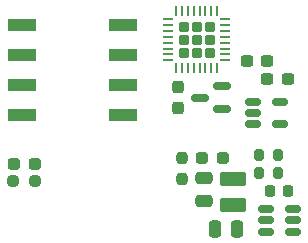
<source format=gtp>
%TF.GenerationSoftware,KiCad,Pcbnew,(6.0.2)*%
%TF.CreationDate,2023-03-19T00:19:14-07:00*%
%TF.ProjectId,serial-to-ws2812-v2,73657269-616c-42d7-946f-2d7773323831,rev?*%
%TF.SameCoordinates,Original*%
%TF.FileFunction,Paste,Top*%
%TF.FilePolarity,Positive*%
%FSLAX46Y46*%
G04 Gerber Fmt 4.6, Leading zero omitted, Abs format (unit mm)*
G04 Created by KiCad (PCBNEW (6.0.2)) date 2023-03-19 00:19:14*
%MOMM*%
%LPD*%
G01*
G04 APERTURE LIST*
G04 Aperture macros list*
%AMRoundRect*
0 Rectangle with rounded corners*
0 $1 Rounding radius*
0 $2 $3 $4 $5 $6 $7 $8 $9 X,Y pos of 4 corners*
0 Add a 4 corners polygon primitive as box body*
4,1,4,$2,$3,$4,$5,$6,$7,$8,$9,$2,$3,0*
0 Add four circle primitives for the rounded corners*
1,1,$1+$1,$2,$3*
1,1,$1+$1,$4,$5*
1,1,$1+$1,$6,$7*
1,1,$1+$1,$8,$9*
0 Add four rect primitives between the rounded corners*
20,1,$1+$1,$2,$3,$4,$5,0*
20,1,$1+$1,$4,$5,$6,$7,0*
20,1,$1+$1,$6,$7,$8,$9,0*
20,1,$1+$1,$8,$9,$2,$3,0*%
G04 Aperture macros list end*
%ADD10RoundRect,0.150000X0.587500X0.150000X-0.587500X0.150000X-0.587500X-0.150000X0.587500X-0.150000X0*%
%ADD11RoundRect,0.222500X-0.222500X-0.222500X0.222500X-0.222500X0.222500X0.222500X-0.222500X0.222500X0*%
%ADD12RoundRect,0.062500X-0.375000X-0.062500X0.375000X-0.062500X0.375000X0.062500X-0.375000X0.062500X0*%
%ADD13RoundRect,0.062500X-0.062500X-0.375000X0.062500X-0.375000X0.062500X0.375000X-0.062500X0.375000X0*%
%ADD14RoundRect,0.150000X-0.512500X-0.150000X0.512500X-0.150000X0.512500X0.150000X-0.512500X0.150000X0*%
%ADD15R,2.440000X1.120000*%
%ADD16RoundRect,0.237500X-0.250000X-0.237500X0.250000X-0.237500X0.250000X0.237500X-0.250000X0.237500X0*%
%ADD17RoundRect,0.200000X0.200000X0.275000X-0.200000X0.275000X-0.200000X-0.275000X0.200000X-0.275000X0*%
%ADD18RoundRect,0.237500X0.237500X-0.250000X0.237500X0.250000X-0.237500X0.250000X-0.237500X-0.250000X0*%
%ADD19RoundRect,0.200000X-0.200000X-0.275000X0.200000X-0.275000X0.200000X0.275000X-0.200000X0.275000X0*%
%ADD20RoundRect,0.250000X0.850000X-0.375000X0.850000X0.375000X-0.850000X0.375000X-0.850000X-0.375000X0*%
%ADD21RoundRect,0.237500X0.287500X0.237500X-0.287500X0.237500X-0.287500X-0.237500X0.287500X-0.237500X0*%
%ADD22RoundRect,0.237500X0.300000X0.237500X-0.300000X0.237500X-0.300000X-0.237500X0.300000X-0.237500X0*%
%ADD23RoundRect,0.237500X-0.300000X-0.237500X0.300000X-0.237500X0.300000X0.237500X-0.300000X0.237500X0*%
%ADD24RoundRect,0.250000X0.250000X0.475000X-0.250000X0.475000X-0.250000X-0.475000X0.250000X-0.475000X0*%
%ADD25RoundRect,0.237500X-0.237500X0.300000X-0.237500X-0.300000X0.237500X-0.300000X0.237500X0.300000X0*%
%ADD26RoundRect,0.250000X-0.475000X0.250000X-0.475000X-0.250000X0.475000X-0.250000X0.475000X0.250000X0*%
%ADD27RoundRect,0.225000X-0.225000X-0.250000X0.225000X-0.250000X0.225000X0.250000X-0.225000X0.250000X0*%
G04 APERTURE END LIST*
D10*
%TO.C,U1*%
X171437500Y-43550000D03*
X171437500Y-41650000D03*
X169562500Y-42600000D03*
%TD*%
D11*
%TO.C,U3*%
X168200000Y-37700000D03*
X170400000Y-37700000D03*
X170400000Y-38800000D03*
X168200000Y-38800000D03*
X169300000Y-36600000D03*
X169300000Y-37700000D03*
X170400000Y-36600000D03*
X169300000Y-38800000D03*
X168200000Y-36600000D03*
D12*
X166862500Y-35950000D03*
X166862500Y-36450000D03*
X166862500Y-36950000D03*
X166862500Y-37450000D03*
X166862500Y-37950000D03*
X166862500Y-38450000D03*
X166862500Y-38950000D03*
X166862500Y-39450000D03*
D13*
X167550000Y-40137500D03*
X168050000Y-40137500D03*
X168550000Y-40137500D03*
X169050000Y-40137500D03*
X169550000Y-40137500D03*
X170050000Y-40137500D03*
X170550000Y-40137500D03*
X171050000Y-40137500D03*
D12*
X171737500Y-39450000D03*
X171737500Y-38950000D03*
X171737500Y-38450000D03*
X171737500Y-37950000D03*
X171737500Y-37450000D03*
X171737500Y-36950000D03*
X171737500Y-36450000D03*
X171737500Y-35950000D03*
D13*
X171050000Y-35262500D03*
X170550000Y-35262500D03*
X170050000Y-35262500D03*
X169550000Y-35262500D03*
X169050000Y-35262500D03*
X168550000Y-35262500D03*
X168050000Y-35262500D03*
X167550000Y-35262500D03*
%TD*%
D14*
%TO.C,U2*%
X177437500Y-52050000D03*
X177437500Y-53000000D03*
X177437500Y-53950000D03*
X175162500Y-53950000D03*
X175162500Y-53000000D03*
X175162500Y-52050000D03*
%TD*%
%TO.C,U4*%
X174062500Y-42950000D03*
X174062500Y-43900000D03*
X174062500Y-44850000D03*
X176337500Y-44850000D03*
X176337500Y-42950000D03*
%TD*%
D15*
%TO.C,SW1*%
X163105000Y-44110000D03*
X163105000Y-41570000D03*
X163105000Y-39030000D03*
X163105000Y-36490000D03*
X154495000Y-36490000D03*
X154495000Y-39030000D03*
X154495000Y-41570000D03*
X154495000Y-44110000D03*
%TD*%
D16*
%TO.C,R4*%
X153787500Y-49700000D03*
X155612500Y-49700000D03*
%TD*%
D17*
%TO.C,R3*%
X176225000Y-47450000D03*
X174575000Y-47450000D03*
%TD*%
D18*
%TO.C,R2*%
X168100000Y-47687500D03*
X168100000Y-49512500D03*
%TD*%
D19*
%TO.C,R1*%
X174575000Y-48950000D03*
X176225000Y-48950000D03*
%TD*%
D20*
%TO.C,L1*%
X172400000Y-51675000D03*
X172400000Y-49525000D03*
%TD*%
D21*
%TO.C,D2*%
X155575000Y-48200000D03*
X153825000Y-48200000D03*
%TD*%
%TO.C,D1*%
X171500000Y-47700000D03*
X169750000Y-47700000D03*
%TD*%
D22*
%TO.C,C6*%
X177000000Y-41050000D03*
X175275000Y-41050000D03*
%TD*%
D23*
%TO.C,C5*%
X173537500Y-39500000D03*
X175262500Y-39500000D03*
%TD*%
D24*
%TO.C,C4*%
X172750000Y-53700000D03*
X170850000Y-53700000D03*
%TD*%
D25*
%TO.C,C3*%
X167750000Y-41737500D03*
X167750000Y-43462500D03*
%TD*%
D26*
%TO.C,C2*%
X169900000Y-49450000D03*
X169900000Y-51350000D03*
%TD*%
D27*
%TO.C,C1*%
X175525000Y-50500000D03*
X177075000Y-50500000D03*
%TD*%
M02*

</source>
